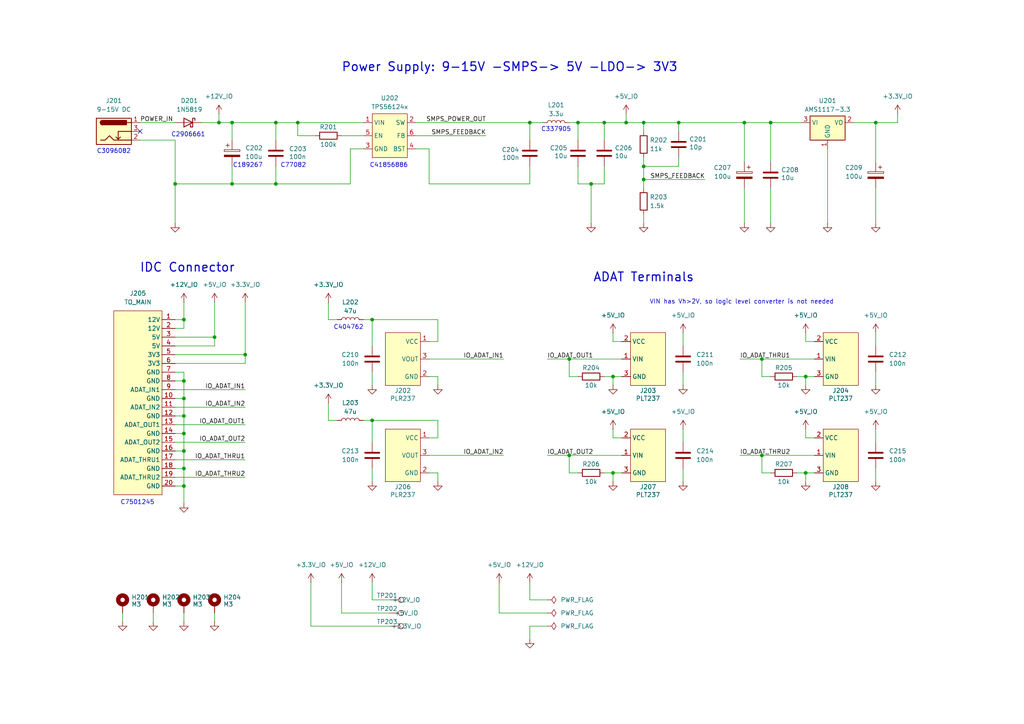
<source format=kicad_sch>
(kicad_sch (version 20250114) (generator "eeschema") (generator_version "9.0")
  (paper "A4")
  (title_block (title "16-in, 16-out USB <-> ADAT interface") (date "2025-09-29") (rev "1.0a") (company "Rethera") (comment 1 "Drawn by Łukasz Świszcz"))
  (lib_symbols
    (symbol "Connector:Barrel_Jack_Switch" (pin_names (hide yes))
      (property "Reference" "J" (at 0 5.334 0))
      (property "Value" "Barrel_Jack_Switch" (at 0 -5.08 0))
      (symbol "Barrel_Jack_Switch_0_1"
        (rectangle (start -5.08 3.81) (end 5.08 -3.81) (stroke (width 0.254)) (fill (type background)))
        (polyline (pts (xy -3.81 -2.54) (xy -2.54 -2.54) (xy -1.27 -1.27) (xy 0 -2.54) (xy 2.54 -2.54) (xy 5.08 -2.54)) (stroke (width 0.254)))
        (arc (start -3.302 1.905) (mid -3.9343 2.54) (end -3.302 3.175) (stroke (width 0.254)))
        (arc (start -3.302 1.905) (mid -3.9343 2.54) (end -3.302 3.175) (stroke (width 0.254)) (fill (type outline)))
        (polyline (pts (xy 1.27 -2.286) (xy 1.905 -1.651)) (stroke (width 0.254)))
        (rectangle (start 3.683 3.175) (end -3.302 1.905) (stroke (width 0.254)) (fill (type outline)))
        (polyline (pts (xy 5.08 2.54) (xy 3.81 2.54)) (stroke (width 0.254)))
        (polyline (pts (xy 5.08 0) (xy 1.27 0) (xy 1.27 -2.286) (xy 0.635 -1.651)) (stroke (width 0.254)))
      )
      (symbol "Barrel_Jack_Switch_1_1"
        (pin passive line (at 7.62 2.54 180) (length 2.54) (name "~") (number "1"))
        (pin passive line (at 7.62 0 180) (length 2.54) (name "~") (number "3"))
        (pin passive line (at 7.62 -2.54 180) (length 2.54) (name "~") (number "2"))
      )
    )
    (symbol "Connector:TestPoint" (pin_numbers (hide yes)) (pin_names (offset 0.762) (hide yes))
      (property "Reference" "TP" (at 0 6.858 0))
      (property "Value" "TestPoint" (at 0 5.08 0))
      (symbol "TestPoint_0_1"
        (circle (center 0 3.302) (radius 0.762))
      )
      (symbol "TestPoint_1_1"
        (pin passive line (at 0 0 90) (length 2.54) (name "1") (number "1"))
      )
    )
    (symbol "Device:C" (pin_numbers (hide yes)) (pin_names (offset 0.254))
      (property "Reference" "C" (at 0.635 2.54 0))
      (property "Value" "C" (at 0.635 -2.54 0))
      (symbol "C_0_1"
        (polyline (pts (xy -2.032 0.762) (xy 2.032 0.762)) (stroke (width 0.508)))
        (polyline (pts (xy -2.032 -0.762) (xy 2.032 -0.762)) (stroke (width 0.508)))
      )
      (symbol "C_1_1"
        (pin passive line (at 0 3.81 270) (length 2.794) (name "~") (number "1"))
        (pin passive line (at 0 -3.81 90) (length 2.794) (name "~") (number "2"))
      )
    )
    (symbol "Device:C_Polarized" (pin_numbers (hide yes)) (pin_names (offset 0.254))
      (property "Reference" "C" (at 0.635 2.54 0))
      (property "Value" "C_Polarized" (at 0.635 -2.54 0))
      (symbol "C_Polarized_0_1"
        (rectangle (start -2.286 0.508) (end 2.286 1.016))
        (polyline (pts (xy -1.778 2.286) (xy -0.762 2.286)))
        (polyline (pts (xy -1.27 2.794) (xy -1.27 1.778)))
        (rectangle (start 2.286 -0.508) (end -2.286 -1.016) (fill (type outline)))
      )
      (symbol "C_Polarized_1_1"
        (pin passive line (at 0 3.81 270) (length 2.794) (name "~") (number "1"))
        (pin passive line (at 0 -3.81 90) (length 2.794) (name "~") (number "2"))
      )
    )
    (symbol "Device:L" (pin_numbers (hide yes)) (pin_names (offset 1.016) (hide yes))
      (property "Reference" "L" (at -1.27 0 90))
      (property "Value" "L" (at 1.905 0 90))
      (symbol "L_0_1"
        (arc (start 0 2.54) (mid 0.6323 1.905) (end 0 1.27))
        (arc (start 0 1.27) (mid 0.6323 0.635) (end 0 0))
        (arc (start 0 0) (mid 0.6323 -0.635) (end 0 -1.27))
        (arc (start 0 -1.27) (mid 0.6323 -1.905) (end 0 -2.54))
      )
      (symbol "L_1_1"
        (pin passive line (at 0 3.81 270) (length 1.27) (name "1") (number "1"))
        (pin passive line (at 0 -3.81 90) (length 1.27) (name "2") (number "2"))
      )
    )
    (symbol "Device:R" (pin_numbers (hide yes)) (pin_names (offset 0))
      (property "Reference" "R" (at 2.032 0 90))
      (property "Value" "R" (at 0 0 90))
      (symbol "R_0_1"
        (rectangle (start -1.016 -2.54) (end 1.016 2.54) (stroke (width 0.254)))
      )
      (symbol "R_1_1"
        (pin passive line (at 0 3.81 270) (length 1.27) (name "~") (number "1"))
        (pin passive line (at 0 -3.81 90) (length 1.27) (name "~") (number "2"))
      )
    )
    (symbol "Diode:1N5819" (pin_numbers (hide yes)) (pin_names (offset 1.016) (hide yes))
      (property "Reference" "D" (at 0 2.54 0))
      (property "Value" "1N5819" (at 0 -2.54 0))
      (symbol "1N5819_0_1"
        (polyline (pts (xy -1.905 0.635) (xy -1.905 1.27) (xy -1.27 1.27) (xy -1.27 -1.27) (xy -0.635 -1.27) (xy -0.635 -0.635)) (stroke (width 0.254)))
        (polyline (pts (xy 1.27 1.27) (xy 1.27 -1.27) (xy -1.27 0) (xy 1.27 1.27)) (stroke (width 0.254)))
        (polyline (pts (xy 1.27 0) (xy -1.27 0)))
      )
      (symbol "1N5819_1_1"
        (pin passive line (at -3.81 0 0) (length 2.54) (name "K") (number "1"))
        (pin passive line (at 3.81 0 180) (length 2.54) (name "A") (number "2"))
      )
    )
    (symbol "Mechanical:MountingHole_Pad" (pin_numbers (hide yes)) (pin_names (offset 1.016) (hide yes)) (in_bom no)
      (property "Reference" "H" (at 0 6.35 0))
      (property "Value" "MountingHole_Pad" (at 0 4.445 0))
      (symbol "MountingHole_Pad_0_1"
        (circle (center 0 1.27) (radius 1.27) (stroke (width 1.27)))
      )
      (symbol "MountingHole_Pad_1_1"
        (pin input line (at 0 -2.54 90) (length 2.54) (name "1") (number "1"))
      )
    )
    (symbol "Regulator_Linear:AMS1117-3.3"
      (property "Reference" "U" (at -3.81 3.175 0))
      (property "Value" "AMS1117-3.3" (at 0 3.175 0))
      (symbol "AMS1117-3.3_0_1"
        (rectangle (start -5.08 -5.08) (end 5.08 1.905) (stroke (width 0.254)) (fill (type background)))
      )
      (symbol "AMS1117-3.3_1_1"
        (pin power_in line (at -7.62 0 0) (length 2.54) (name "VI") (number "3"))
        (pin power_in line (at 0 -7.62 90) (length 2.54) (name "GND") (number "1"))
        (pin power_out line (at 7.62 0 180) (length 2.54) (name "VO") (number "2"))
      )
    )
    (symbol "adatv2:Connector_IO"
      (property "Reference" "J" (at 0 -28.194 0))
      (symbol "Connector_IO_1_1"
        (rectangle (start -6.35 26.67) (end 7.62 -26.67) (fill (type background)))
        (pin power_in line (at -10.16 24.13 0) (length 3.81) (name "12V") (number "1"))
        (pin power_in line (at -10.16 21.59 0) (length 3.81) (name "12V") (number "2"))
        (pin power_in line (at -10.16 19.05 0) (length 3.81) (name "5V") (number "3"))
        (pin power_in line (at -10.16 16.51 0) (length 3.81) (name "5V") (number "4"))
        (pin power_in line (at -10.16 13.97 0) (length 3.81) (name "3V3") (number "5"))
        (pin power_in line (at -10.16 11.43 0) (length 3.81) (name "3V3") (number "6"))
        (pin power_in line (at -10.16 8.89 0) (length 3.81) (name "GND") (number "7"))
        (pin power_in line (at -10.16 6.35 0) (length 3.81) (name "GND") (number "8"))
        (pin bidirectional line (at -10.16 3.81 0) (length 3.81) (name "ADAT_IN1") (number "9"))
        (pin power_in line (at -10.16 1.27 0) (length 3.81) (name "GND") (number "10"))
        (pin bidirectional line (at -10.16 -1.27 0) (length 3.81) (name "ADAT_IN2") (number "11"))
        (pin power_in line (at -10.16 -3.81 0) (length 3.81) (name "GND") (number "12"))
        (pin bidirectional line (at -10.16 -6.35 0) (length 3.81) (name "ADAT_OUT1") (number "13"))
        (pin power_in line (at -10.16 -8.89 0) (length 3.81) (name "GND") (number "14"))
        (pin bidirectional line (at -10.16 -11.43 0) (length 3.81) (name "ADAT_OUT2") (number "15"))
        (pin power_in line (at -10.16 -13.97 0) (length 3.81) (name "GND") (number "16"))
        (pin bidirectional line (at -10.16 -16.51 0) (length 3.81) (name "ADAT_THRU1") (number "17"))
        (pin power_in line (at -10.16 -19.05 0) (length 3.81) (name "GND") (number "18"))
        (pin bidirectional line (at -10.16 -21.59 0) (length 3.81) (name "ADAT_THRU2") (number "19"))
        (pin power_in line (at -10.16 -24.13 0) (length 3.81) (name "GND") (number "20"))
      )
    )
    (symbol "adatv2:PLR237"
      (property "Reference" "J" (at 0 -4.064 0))
      (property "Value" "PLR237" (at 0 -6.35 0))
      (symbol "PLR237_1_1"
        (rectangle (start -5.08 12.7) (end 5.08 -2.54) (fill (type background)))
        (pin power_in line (at -7.62 10.16 0) (length 2.54) (name "VCC") (number "1"))
        (pin output line (at -7.62 5.08 0) (length 2.54) (name "VOUT") (number "3"))
        (pin power_in line (at -7.62 0 0) (length 2.54) (name "GND") (number "2"))
        (pin no_connect line (at -7.62 -8.89 0) (length 2.54) (hide yes) (name "NC") (number "4"))
        (pin no_connect line (at -7.62 -11.43 0) (length 2.54) (hide yes) (name "NC") (number "5"))
      )
    )
    (symbol "adatv2:PLT237"
      (property "Reference" "J" (at 0 -4.064 0))
      (property "Value" "PLT237" (at 0 -6.35 0))
      (symbol "PLT237_1_1"
        (rectangle (start -5.08 12.7) (end 5.08 -2.54) (fill (type background)))
        (pin power_in line (at -7.62 10.16 0) (length 2.54) (name "VCC") (number "2"))
        (pin input line (at -7.62 5.08 0) (length 2.54) (name "VIN") (number "1"))
        (pin power_in line (at -7.62 0 0) (length 2.54) (name "GND") (number "3"))
        (pin no_connect line (at -7.62 -8.89 0) (length 2.54) (hide yes) (name "NC") (number "4"))
        (pin no_connect line (at -7.62 -11.43 0) (length 2.54) (hide yes) (name "NC") (number "5"))
      )
    )
    (symbol "adatv2:TPS56124x"
      (property "Reference" "U" (at 0 -12.192 0))
      (property "Value" "TPS56124x" (at 0.254 -9.652 0))
      (symbol "TPS56124x_1_1"
        (rectangle (start -5.08 6.35) (end 5.08 -6.35) (fill (type background)))
        (pin power_in line (at -7.62 3.81 0) (length 2.54) (name "VIN") (number "1"))
        (pin input line (at -7.62 0 0) (length 2.54) (name "EN") (number "5"))
        (pin power_in line (at -7.62 -3.81 0) (length 2.54) (name "GND") (number "3"))
        (pin power_out line (at 7.62 3.81 180) (length 2.54) (name "SW") (number "2"))
        (pin input line (at 7.62 0 180) (length 2.54) (name "FB") (number "6"))
        (pin input line (at 7.62 -3.81 180) (length 2.54) (name "BST") (number "4"))
      )
    )
    (symbol "power:+12V" (power) (pin_numbers (hide yes)) (pin_names (offset 0) (hide yes))
      (property "Value" "+12V" (at 0 3.556 0))
      (symbol "+12V_0_1"
        (polyline (pts (xy -0.762 1.27) (xy 0 2.54)))
        (polyline (pts (xy 0 2.54) (xy 0.762 1.27)))
        (polyline (pts (xy 0 0) (xy 0 2.54)))
      )
      (symbol "+12V_1_1"
        (pin power_in line (at 0 0 90) (length 0) (name "~") (number "1"))
      )
    )
    (symbol "power:+3.3V" (power) (pin_numbers (hide yes)) (pin_names (offset 0) (hide yes))
      (property "Value" "+3.3V" (at 0 3.556 0))
      (symbol "+3.3V_0_1"
        (polyline (pts (xy -0.762 1.27) (xy 0 2.54)))
        (polyline (pts (xy 0 2.54) (xy 0.762 1.27)))
        (polyline (pts (xy 0 0) (xy 0 2.54)))
      )
      (symbol "+3.3V_1_1"
        (pin power_in line (at 0 0 90) (length 0) (name "~") (number "1"))
      )
    )
    (symbol "power:+5V" (power) (pin_numbers (hide yes)) (pin_names (offset 0) (hide yes))
      (property "Value" "+5V" (at 0 3.556 0))
      (symbol "+5V_0_1"
        (polyline (pts (xy -0.762 1.27) (xy 0 2.54)))
        (polyline (pts (xy 0 2.54) (xy 0.762 1.27)))
        (polyline (pts (xy 0 0) (xy 0 2.54)))
      )
      (symbol "+5V_1_1"
        (pin power_in line (at 0 0 90) (length 0) (name "~") (number "1"))
      )
    )
    (symbol "power:GND" (power) (pin_numbers (hide yes)) (pin_names (offset 0) (hide yes))
      (property "Value" "GND" (at 0 -3.81 0))
      (symbol "GND_0_1"
        (polyline (pts (xy 0 0) (xy 0 -1.27) (xy 1.27 -1.27) (xy 0 -2.54) (xy -1.27 -1.27) (xy 0 -1.27)))
      )
      (symbol "GND_1_1"
        (pin power_in line (at 0 0 270) (length 0) (name "~") (number "1"))
      )
    )
    (symbol "power:PWR_FLAG" (power) (pin_numbers (hide yes)) (pin_names (offset 0) (hide yes))
      (property "Value" "PWR_FLAG" (at 0 3.81 0))
      (symbol "PWR_FLAG_0_0"
        (pin power_out line (at 0 0 90) (length 0) (name "~") (number "1"))
      )
      (symbol "PWR_FLAG_0_1"
        (polyline (pts (xy 0 0) (xy 0 1.27) (xy -1.016 1.905) (xy 0 2.54) (xy 1.016 1.905) (xy 0 1.27)))
      )
    )
  )
  (text "C41856886" (at 112.776 48.006 0) (effects (font (size 1.27 1.27))))
  (text "C189267" (at 71.882 48.006 0) (effects (font (size 1.27 1.27))))
  (text "C404762" (at 101.092 94.996 0) (effects (font (size 1.27 1.27))))
  (text "C3096082" (at 33.02 43.942 0) (effects (font (size 1.27 1.27))))
  (text "C337905" (at 161.29 37.592 0) (effects (font (size 1.27 1.27))))
  (text "C2906661" (at 54.61 39.116 0) (effects (font (size 1.27 1.27))))
  (text "C7501245" (at 39.878 145.796 0) (effects (font (size 1.27 1.27))))
  (text "VIN has Vh>2V, so logic level converter is not needed" (at 215.138 87.63 0) (effects (font (size 1.27 1.27))))
  (text "C77082" (at 85.09 48.006 0) (effects (font (size 1.27 1.27))))
  (text "IDC Connector" (at 54.356 77.724 0) (effects (font (size 2.54 2.54) (thickness 0.3175))))
  (text "Power Supply: 9-15V -SMPS-> 5V -LDO-> 3V3" (at 147.828 19.558 0) (effects (font (size 2.54 2.54) (thickness 0.3175))))
  (text "ADAT Terminals" (at 186.69 80.518 0) (effects (font (size 2.54 2.54) (thickness 0.3175))))
  (junction (at 186.69 35.56))
  (junction (at 153.67 35.56))
  (junction (at 181.61 35.56))
  (junction (at 186.69 48.26))
  (junction (at 107.95 121.92))
  (junction (at 62.23 97.79))
  (junction (at 167.64 35.56))
  (junction (at 63.5 35.56))
  (junction (at 107.95 92.71))
  (junction (at 67.31 35.56))
  (junction (at 223.52 35.56))
  (junction (at 220.98 104.14))
  (junction (at 53.34 125.73))
  (junction (at 233.68 109.22))
  (junction (at 80.01 53.34))
  (junction (at 53.34 115.57))
  (junction (at 53.34 135.89))
  (junction (at 165.1 104.14))
  (junction (at 196.85 35.56))
  (junction (at 177.8 137.16))
  (junction (at 53.34 120.65))
  (junction (at 67.31 53.34))
  (junction (at 254 35.56))
  (junction (at 53.34 130.81))
  (junction (at 175.26 35.56))
  (junction (at 71.12 102.87))
  (junction (at 186.69 52.07))
  (junction (at 86.36 35.56))
  (junction (at 165.1 132.08))
  (junction (at 220.98 132.08))
  (junction (at 53.34 140.97))
  (junction (at 177.8 109.22))
  (junction (at 171.45 53.34))
  (junction (at 80.01 35.56))
  (junction (at 233.68 137.16))
  (junction (at 53.34 92.71))
  (junction (at 53.34 110.49))
  (junction (at 50.8 53.34))
  (junction (at 215.9 35.56))
  (no_connect (at 40.64 38.1))
  (wire (pts (xy 180.34 137.16) (xy 177.8 137.16)))
  (wire (pts (xy 62.23 97.79) (xy 62.23 100.33)))
  (wire (pts (xy 153.67 35.56) (xy 157.48 35.56)))
  (wire (pts (xy 71.12 87.63) (xy 71.12 102.87)))
  (wire (pts (xy 167.64 35.56) (xy 167.64 40.64)))
  (wire (pts (xy 86.36 39.37) (xy 86.36 35.56)))
  (wire (pts (xy 127 127) (xy 127 121.92)))
  (wire (pts (xy 105.41 92.71) (xy 107.95 92.71)))
  (wire (pts (xy 67.31 48.26) (xy 67.31 53.34)))
  (wire (pts (xy 186.69 52.07) (xy 186.69 54.61)))
  (wire (pts (xy 99.06 39.37) (xy 105.41 39.37)))
  (wire (pts (xy 80.01 48.26) (xy 80.01 53.34)))
  (wire (pts (xy 124.46 53.34) (xy 124.46 43.18)))
  (wire (pts (xy 95.25 87.63) (xy 95.25 92.71)))
  (wire (pts (xy 35.56 177.8) (xy 35.56 180.34)))
  (wire (pts (xy 124.46 109.22) (xy 127 109.22)))
  (wire (pts (xy 181.61 33.02) (xy 181.61 35.56)))
  (wire (pts (xy 180.34 104.14) (xy 165.1 104.14)))
  (wire (pts (xy 97.79 92.71) (xy 95.25 92.71)))
  (wire (pts (xy 167.64 137.16) (xy 165.1 137.16)))
  (wire (pts (xy 95.25 116.84) (xy 95.25 121.92)))
  (wire (pts (xy 240.03 43.18) (xy 240.03 64.77)))
  (wire (pts (xy 165.1 137.16) (xy 165.1 132.08)))
  (wire (pts (xy 67.31 53.34) (xy 80.01 53.34)))
  (wire (pts (xy 153.67 181.61) (xy 153.67 185.42)))
  (wire (pts (xy 67.31 35.56) (xy 67.31 40.64)))
  (wire (pts (xy 198.12 96.52) (xy 198.12 100.33)))
  (wire (pts (xy 254 35.56) (xy 260.35 35.56)))
  (wire (pts (xy 53.34 130.81) (xy 53.34 135.89)))
  (wire (pts (xy 175.26 109.22) (xy 177.8 109.22)))
  (wire (pts (xy 53.34 115.57) (xy 53.34 120.65)))
  (wire (pts (xy 107.95 92.71) (xy 107.95 100.33)))
  (wire (pts (xy 62.23 100.33) (xy 50.8 100.33)))
  (wire (pts (xy 158.75 177.8) (xy 144.78 177.8)))
  (wire (pts (xy 80.01 35.56) (xy 86.36 35.56)))
  (wire (pts (xy 167.64 35.56) (xy 165.1 35.56)))
  (wire (pts (xy 223.52 46.99) (xy 223.52 35.56)))
  (wire (pts (xy 158.75 173.99) (xy 153.67 173.99)))
  (wire (pts (xy 236.22 127) (xy 233.68 127)))
  (wire (pts (xy 175.26 35.56) (xy 181.61 35.56)))
  (wire (pts (xy 50.8 138.43) (xy 71.12 138.43)))
  (wire (pts (xy 127 109.22) (xy 127 111.76)))
  (wire (pts (xy 220.98 104.14) (xy 214.63 104.14)))
  (wire (pts (xy 127 99.06) (xy 127 92.71)))
  (wire (pts (xy 50.8 113.03) (xy 71.12 113.03)))
  (wire (pts (xy 165.1 132.08) (xy 158.75 132.08)))
  (wire (pts (xy 175.26 53.34) (xy 171.45 53.34)))
  (wire (pts (xy 124.46 132.08) (xy 146.05 132.08)))
  (wire (pts (xy 220.98 132.08) (xy 214.63 132.08)))
  (wire (pts (xy 223.52 35.56) (xy 232.41 35.56)))
  (wire (pts (xy 120.65 35.56) (xy 153.67 35.56)))
  (wire (pts (xy 50.8 128.27) (xy 71.12 128.27)))
  (wire (pts (xy 50.8 97.79) (xy 62.23 97.79)))
  (wire (pts (xy 198.12 124.46) (xy 198.12 128.27)))
  (wire (pts (xy 236.22 104.14) (xy 220.98 104.14)))
  (wire (pts (xy 254 46.99) (xy 254 35.56)))
  (wire (pts (xy 91.44 39.37) (xy 86.36 39.37)))
  (wire (pts (xy 144.78 177.8) (xy 144.78 168.91)))
  (wire (pts (xy 124.46 104.14) (xy 146.05 104.14)))
  (wire (pts (xy 177.8 137.16) (xy 177.8 139.7)))
  (wire (pts (xy 62.23 177.8) (xy 62.23 180.34)))
  (wire (pts (xy 186.69 35.56) (xy 196.85 35.56)))
  (wire (pts (xy 236.22 132.08) (xy 220.98 132.08)))
  (wire (pts (xy 186.69 48.26) (xy 186.69 52.07)))
  (wire (pts (xy 40.64 40.64) (xy 50.8 40.64)))
  (wire (pts (xy 247.65 35.56) (xy 254 35.56)))
  (wire (pts (xy 158.75 181.61) (xy 153.67 181.61)))
  (wire (pts (xy 53.34 120.65) (xy 53.34 125.73)))
  (wire (pts (xy 220.98 109.22) (xy 220.98 104.14)))
  (wire (pts (xy 215.9 35.56) (xy 215.9 46.99)))
  (wire (pts (xy 107.95 107.95) (xy 107.95 111.76)))
  (wire (pts (xy 50.8 125.73) (xy 53.34 125.73)))
  (wire (pts (xy 50.8 40.64) (xy 50.8 53.34)))
  (wire (pts (xy 186.69 38.1) (xy 186.69 35.56)))
  (wire (pts (xy 50.8 107.95) (xy 53.34 107.95)))
  (wire (pts (xy 50.8 133.35) (xy 71.12 133.35)))
  (wire (pts (xy 50.8 92.71) (xy 53.34 92.71)))
  (wire (pts (xy 236.22 99.06) (xy 233.68 99.06)))
  (wire (pts (xy 53.34 87.63) (xy 53.34 92.71)))
  (wire (pts (xy 40.64 35.56) (xy 50.8 35.56)))
  (wire (pts (xy 167.64 109.22) (xy 165.1 109.22)))
  (wire (pts (xy 97.79 121.92) (xy 95.25 121.92)))
  (wire (pts (xy 99.06 177.8) (xy 99.06 168.91)))
  (wire (pts (xy 120.65 39.37) (xy 140.97 39.37)))
  (wire (pts (xy 58.42 35.56) (xy 63.5 35.56)))
  (wire (pts (xy 107.95 92.71) (xy 127 92.71)))
  (wire (pts (xy 107.95 121.92) (xy 107.95 128.27)))
  (wire (pts (xy 233.68 127) (xy 233.68 124.46)))
  (wire (pts (xy 254 124.46) (xy 254 128.27)))
  (wire (pts (xy 167.64 35.56) (xy 175.26 35.56)))
  (wire (pts (xy 165.1 104.14) (xy 158.75 104.14)))
  (wire (pts (xy 53.34 125.73) (xy 53.34 130.81)))
  (wire (pts (xy 196.85 48.26) (xy 186.69 48.26)))
  (wire (pts (xy 223.52 109.22) (xy 220.98 109.22)))
  (wire (pts (xy 186.69 45.72) (xy 186.69 48.26)))
  (wire (pts (xy 124.46 53.34) (xy 153.67 53.34)))
  (wire (pts (xy 175.26 137.16) (xy 177.8 137.16)))
  (wire (pts (xy 215.9 35.56) (xy 223.52 35.56)))
  (wire (pts (xy 62.23 87.63) (xy 62.23 97.79)))
  (wire (pts (xy 63.5 35.56) (xy 67.31 35.56)))
  (wire (pts (xy 223.52 54.61) (xy 223.52 64.77)))
  (wire (pts (xy 254 135.89) (xy 254 139.7)))
  (wire (pts (xy 80.01 35.56) (xy 80.01 40.64)))
  (wire (pts (xy 254 107.95) (xy 254 111.76)))
  (wire (pts (xy 101.6 43.18) (xy 105.41 43.18)))
  (wire (pts (xy 53.34 140.97) (xy 53.34 146.05)))
  (wire (pts (xy 53.34 92.71) (xy 53.34 95.25)))
  (wire (pts (xy 153.67 173.99) (xy 153.67 168.91)))
  (wire (pts (xy 171.45 53.34) (xy 167.64 53.34)))
  (wire (pts (xy 177.8 99.06) (xy 177.8 96.52)))
  (wire (pts (xy 127 121.92) (xy 107.95 121.92)))
  (wire (pts (xy 177.8 109.22) (xy 177.8 111.76)))
  (wire (pts (xy 80.01 53.34) (xy 101.6 53.34)))
  (wire (pts (xy 236.22 137.16) (xy 233.68 137.16)))
  (wire (pts (xy 50.8 102.87) (xy 71.12 102.87)))
  (wire (pts (xy 101.6 53.34) (xy 101.6 43.18)))
  (wire (pts (xy 124.46 127) (xy 127 127)))
  (wire (pts (xy 50.8 53.34) (xy 50.8 64.77)))
  (wire (pts (xy 113.03 177.8) (xy 99.06 177.8)))
  (wire (pts (xy 180.34 109.22) (xy 177.8 109.22)))
  (wire (pts (xy 167.64 53.34) (xy 167.64 48.26)))
  (wire (pts (xy 50.8 95.25) (xy 53.34 95.25)))
  (wire (pts (xy 233.68 137.16) (xy 233.68 139.7)))
  (wire (pts (xy 198.12 135.89) (xy 198.12 139.7)))
  (wire (pts (xy 107.95 121.92) (xy 105.41 121.92)))
  (wire (pts (xy 177.8 127) (xy 177.8 124.46)))
  (wire (pts (xy 254 96.52) (xy 254 100.33)))
  (wire (pts (xy 260.35 33.02) (xy 260.35 35.56)))
  (wire (pts (xy 53.34 110.49) (xy 53.34 115.57)))
  (wire (pts (xy 50.8 140.97) (xy 53.34 140.97)))
  (wire (pts (xy 107.95 135.89) (xy 107.95 139.7)))
  (wire (pts (xy 127 137.16) (xy 127 139.7)))
  (wire (pts (xy 196.85 35.56) (xy 196.85 38.1)))
  (wire (pts (xy 50.8 130.81) (xy 53.34 130.81)))
  (wire (pts (xy 113.03 173.99) (xy 107.95 173.99)))
  (wire (pts (xy 175.26 40.64) (xy 175.26 35.56)))
  (wire (pts (xy 186.69 62.23) (xy 186.69 64.77)))
  (wire (pts (xy 44.45 177.8) (xy 44.45 180.34)))
  (wire (pts (xy 180.34 99.06) (xy 177.8 99.06)))
  (wire (pts (xy 196.85 45.72) (xy 196.85 48.26)))
  (wire (pts (xy 107.95 173.99) (xy 107.95 168.91)))
  (wire (pts (xy 231.14 137.16) (xy 233.68 137.16)))
  (wire (pts (xy 231.14 109.22) (xy 233.68 109.22)))
  (wire (pts (xy 50.8 135.89) (xy 53.34 135.89)))
  (wire (pts (xy 223.52 137.16) (xy 220.98 137.16)))
  (wire (pts (xy 175.26 48.26) (xy 175.26 53.34)))
  (wire (pts (xy 50.8 118.11) (xy 71.12 118.11)))
  (wire (pts (xy 165.1 109.22) (xy 165.1 104.14)))
  (wire (pts (xy 220.98 137.16) (xy 220.98 132.08)))
  (wire (pts (xy 50.8 120.65) (xy 53.34 120.65)))
  (wire (pts (xy 215.9 54.61) (xy 215.9 64.77)))
  (wire (pts (xy 50.8 123.19) (xy 71.12 123.19)))
  (wire (pts (xy 50.8 53.34) (xy 67.31 53.34)))
  (wire (pts (xy 124.46 43.18) (xy 120.65 43.18)))
  (wire (pts (xy 50.8 110.49) (xy 53.34 110.49)))
  (wire (pts (xy 90.17 181.61) (xy 90.17 168.91)))
  (wire (pts (xy 71.12 105.41) (xy 50.8 105.41)))
  (wire (pts (xy 67.31 35.56) (xy 80.01 35.56)))
  (wire (pts (xy 153.67 40.64) (xy 153.67 35.56)))
  (wire (pts (xy 180.34 132.08) (xy 165.1 132.08)))
  (wire (pts (xy 233.68 109.22) (xy 233.68 111.76)))
  (wire (pts (xy 53.34 135.89) (xy 53.34 140.97)))
  (wire (pts (xy 53.34 177.8) (xy 53.34 180.34)))
  (wire (pts (xy 233.68 99.06) (xy 233.68 96.52)))
  (wire (pts (xy 186.69 52.07) (xy 204.47 52.07)))
  (wire (pts (xy 180.34 127) (xy 177.8 127)))
  (wire (pts (xy 153.67 53.34) (xy 153.67 48.26)))
  (wire (pts (xy 171.45 53.34) (xy 171.45 64.77)))
  (wire (pts (xy 71.12 102.87) (xy 71.12 105.41)))
  (wire (pts (xy 53.34 107.95) (xy 53.34 110.49)))
  (wire (pts (xy 196.85 35.56) (xy 215.9 35.56)))
  (wire (pts (xy 86.36 35.56) (xy 105.41 35.56)))
  (wire (pts (xy 113.03 181.61) (xy 90.17 181.61)))
  (wire (pts (xy 63.5 33.02) (xy 63.5 35.56)))
  (wire (pts (xy 50.8 115.57) (xy 53.34 115.57)))
  (wire (pts (xy 181.61 35.56) (xy 186.69 35.56)))
  (wire (pts (xy 198.12 107.95) (xy 198.12 111.76)))
  (wire (pts (xy 254 64.77) (xy 254 54.61)))
  (wire (pts (xy 124.46 99.06) (xy 127 99.06)))
  (wire (pts (xy 124.46 137.16) (xy 127 137.16)))
  (wire (pts (xy 236.22 109.22) (xy 233.68 109.22)))
  (label "IO_ADAT_THRU2" (at 71.12 138.43 180))
  (label "IO_ADAT_OUT2" (at 71.12 128.27 180))
  (label "IO_ADAT_OUT2" (at 158.75 132.08 0))
  (label "IO_ADAT_IN1" (at 71.12 113.03 180))
  (label "IO_ADAT_THRU1" (at 214.63 104.14 0))
  (label "IO_ADAT_IN2" (at 146.05 132.08 180))
  (label "IO_ADAT_OUT1" (at 71.12 123.19 180))
  (label "IO_ADAT_OUT1" (at 158.75 104.14 0))
  (label "POWER_IN" (at 40.64 35.56 0))
  (label "SMPS_POWER_OUT" (at 140.97 35.56 180))
  (label "IO_ADAT_IN1" (at 146.05 104.14 180))
  (label "IO_ADAT_THRU1" (at 71.12 133.35 180))
  (label "IO_ADAT_IN2" (at 71.12 118.11 180))
  (label "SMPS_FEEDBACK" (at 140.97 39.37 180))
  (label "SMPS_FEEDBACK" (at 204.47 52.07 180))
  (label "IO_ADAT_THRU2" (at 214.63 132.08 0))
  (symbol (lib_id "power:+5V") (at 233.68 96.52 0) (unit 1)
    (property "Reference" "#PWR0218" (effects (hide yes)))
    (property "Value" "+5V_IO" (at 233.68 91.44 0))
    (property "Description" "Power symbol creates a global label with name \"+5V\"" (effects (hide yes)))
  )
  (symbol (lib_id "power:GND") (at 254 64.77 0) (unit 1)
    (property "Reference" "#PWR0210" (effects (hide yes)))
    (property "Value" "GND_IO" (effects (hide yes)))
    (property "Description" "Power symbol creates a global label with name \"GND\" , ground" (effects (hide yes)))
  )
  (symbol (lib_id "power:+3.3V") (at 95.25 116.84 0) (unit 1)
    (property "Reference" "#PWR0133" (effects (hide yes)))
    (property "Value" "+3.3V_IO" (at 95.25 111.76 0))
    (property "Description" "Power symbol creates a global label with name \"+3.3V\"" (effects (hide yes)))
  )
  (symbol (lib_id "power:+5V") (at 254 124.46 0) (unit 1)
    (property "Reference" "#PWR0231" (effects (hide yes)))
    (property "Value" "+5V_IO" (at 254 119.38 0))
    (property "Description" "Power symbol creates a global label with name \"+5V\"" (effects (hide yes)))
  )
  (symbol (lib_id "power:+5V") (at 99.06 168.91 0) (unit 1)
    (property "Reference" "#PWR0186" (effects (hide yes)))
    (property "Value" "+5V_IO" (at 99.06 163.83 0))
    (property "Description" "Power symbol creates a global label with name \"+5V\"" (effects (hide yes)))
  )
  (symbol (lib_id "power:PWR_FLAG") (at 158.75 177.8 270) (unit 1)
    (property "Reference" "#FLG0202" (effects (hide yes)))
    (property "Value" "PWR_FLAG" (at 162.56 177.7999 90) (effects (justify left)))
    (property "Description" "Special symbol for telling ERC where power comes from" (effects (hide yes)))
  )
  (symbol (lib_id "power:+12V") (at 107.95 168.91 0) (unit 1)
    (property "Reference" "#PWR0187" (effects (hide yes)))
    (property "Value" "+12V_IO" (at 107.95 163.83 0))
    (property "Description" "Power symbol creates a global label with name \"+12V\"" (effects (hide yes)))
  )
  (symbol (lib_id "Device:R") (at 227.33 137.16 90) (unit 1)
    (property "Reference" "R207" (at 227.33 134.62 90))
    (property "Value" "10k" (at 227.33 139.7 90))
    (property "Footprint" "Resistor_SMD:R_0805_2012Metric_Pad1.20x1.40mm_HandSolder" (effects (hide yes)))
    (property "Description" "Resistor" (effects (hide yes)))
  )
  (symbol (lib_id "Device:R") (at 227.33 109.22 90) (unit 1)
    (property "Reference" "R205" (at 227.33 106.68 90))
    (property "Value" "10k" (at 227.33 111.76 90))
    (property "Footprint" "Resistor_SMD:R_0805_2012Metric_Pad1.20x1.40mm_HandSolder" (effects (hide yes)))
    (property "Description" "Resistor" (effects (hide yes)))
  )
  (symbol (lib_id "Device:C") (at 198.12 104.14 0) (mirror y) (unit 1)
    (property "Reference" "C211" (at 201.93 102.8699 0) (effects (justify right)))
    (property "Value" "100n" (at 201.93 105.4099 0) (effects (justify right)))
    (property "Footprint" "Capacitor_SMD:C_0805_2012Metric_Pad1.18x1.45mm_HandSolder" (effects (hide yes)))
    (property "Description" "Unpolarized capacitor" (effects (hide yes)))
  )
  (symbol (lib_id "power:GND") (at 233.68 139.7 0) (unit 1)
    (property "Reference" "#PWR0236" (effects (hide yes)))
    (property "Value" "GND_IO" (effects (hide yes)))
    (property "Description" "Power symbol creates a global label with name \"GND\" , ground" (effects (hide yes)))
  )
  (symbol (lib_id "power:GND") (at 198.12 139.7 0) (unit 1)
    (property "Reference" "#PWR0235" (effects (hide yes)))
    (property "Value" "GND_IO" (effects (hide yes)))
    (property "Description" "Power symbol creates a global label with name \"GND\" , ground" (effects (hide yes)))
  )
  (symbol (lib_id "Device:R") (at 171.45 109.22 90) (unit 1)
    (property "Reference" "R204" (at 171.45 106.68 90))
    (property "Value" "10k" (at 171.45 111.76 90))
    (property "Footprint" "Resistor_SMD:R_0805_2012Metric_Pad1.20x1.40mm_HandSolder" (effects (hide yes)))
    (property "Description" "Resistor" (effects (hide yes)))
  )
  (symbol (lib_id "power:+5V") (at 177.8 96.52 0) (unit 1)
    (property "Reference" "#PWR0216" (effects (hide yes)))
    (property "Value" "+5V_IO" (at 177.8 91.44 0))
    (property "Description" "Power symbol creates a global label with name \"+5V\"" (effects (hide yes)))
  )
  (symbol (lib_id "Connector:Barrel_Jack_Switch") (at 33.02 38.1 0) (unit 1)
    (property "Reference" "J201" (at 33.02 29.21 0))
    (property "Value" "9-15V DC" (at 33.02 31.75 0))
    (property "Footprint" "adatv2:CUI PJ-002A" (effects (hide yes)))
    (property "Description" "DC Barrel Jack with an internal switch" (effects (hide yes)))
  )
  (symbol (lib_id "power:GND") (at 107.95 139.7 0) (unit 1)
    (property "Reference" "#PWR0232" (effects (hide yes)))
    (property "Value" "GND_IO" (effects (hide yes)))
    (property "Description" "Power symbol creates a global label with name \"GND\" , ground" (effects (hide yes)))
  )
  (symbol (lib_id "power:GND") (at 240.03 64.77 0) (unit 1)
    (property "Reference" "#PWR0209" (effects (hide yes)))
    (property "Value" "GND_IO" (effects (hide yes)))
    (property "Description" "Power symbol creates a global label with name \"GND\" , ground" (effects (hide yes)))
  )
  (symbol (lib_id "Device:C") (at 196.85 41.91 0) (mirror y) (unit 1)
    (property "Reference" "C201" (at 199.898 40.386 0) (effects (justify right)))
    (property "Value" "10p" (at 199.898 42.672 0) (effects (justify right)))
    (property "Footprint" "Capacitor_SMD:C_0805_2012Metric_Pad1.18x1.45mm_HandSolder" (effects (hide yes)))
    (property "Description" "Unpolarized capacitor" (effects (hide yes)))
  )
  (symbol (lib_id "Device:L") (at 101.6 121.92 90) (unit 1)
    (property "Reference" "L203" (at 101.6 116.84 90))
    (property "Value" "47u" (at 101.6 119.38 90))
    (property "Footprint" "Inductor_SMD:L_0805_2012Metric_Pad1.15x1.40mm_HandSolder" (effects (hide yes)))
    (property "Description" "Inductor" (effects (hide yes)))
  )
  (symbol (lib_id "power:+3.3V") (at 71.12 87.63 0) (unit 1)
    (property "Reference" "#PWR0213" (effects (hide yes)))
    (property "Value" "+3.3V_IO" (at 71.12 82.55 0))
    (property "Description" "Power symbol creates a global label with name \"+3.3V\"" (effects (hide yes)))
  )
  (symbol (lib_id "adatv2:Connector_IO") (at 40.64 116.84 0) (mirror y) (unit 1)
    (property "Reference" "J205" (at 40.005 85.09 0))
    (property "Value" "TO_MAIN" (at 40.005 87.63 0))
    (property "Footprint" "Connector_IDC:IDC-Header_2x10_P2.54mm_Vertical" (effects (hide yes)))
  )
  (symbol (lib_id "power:+12V") (at 53.34 87.63 0) (unit 1)
    (property "Reference" "#PWR0211" (effects (hide yes)))
    (property "Value" "+12V_IO" (at 53.34 82.55 0))
    (property "Description" "Power symbol creates a global label with name \"+12V\"" (effects (hide yes)))
  )
  (symbol (lib_id "Connector:TestPoint") (at 113.03 181.61 270) (unit 1) (in_bom no)
    (property "Reference" "TP203" (at 115.316 180.34 90) (effects (justify right)))
    (property "Value" "${NET_NAME(1)}" (at 117.602 181.61 90) (effects (justify left)))
    (property "Footprint" "TestPoint:TestPoint_Pad_D2.5mm" (effects (hide yes)))
    (property "Description" "test point" (effects (hide yes)))
  )
  (symbol (lib_id "Device:C") (at 254 104.14 0) (mirror y) (unit 1)
    (property "Reference" "C212" (at 257.81 102.8699 0) (effects (justify right)))
    (property "Value" "100n" (at 257.81 105.4099 0) (effects (justify right)))
    (property "Footprint" "Capacitor_SMD:C_0805_2012Metric_Pad1.18x1.45mm_HandSolder" (effects (hide yes)))
    (property "Description" "Unpolarized capacitor" (effects (hide yes)))
  )
  (symbol (lib_id "power:+5V") (at 198.12 124.46 0) (unit 1)
    (property "Reference" "#PWR0229" (effects (hide yes)))
    (property "Value" "+5V_IO" (at 198.12 119.38 0))
    (property "Description" "Power symbol creates a global label with name \"+5V\"" (effects (hide yes)))
  )
  (symbol (lib_id "power:GND") (at 198.12 111.76 0) (unit 1)
    (property "Reference" "#PWR0223" (effects (hide yes)))
    (property "Value" "GND_IO" (effects (hide yes)))
    (property "Description" "Power symbol creates a global label with name \"GND\" , ground" (effects (hide yes)))
  )
  (symbol (lib_id "power:+3.3V") (at 95.25 87.63 0) (unit 1)
    (property "Reference" "#PWR0215" (effects (hide yes)))
    (property "Value" "+3.3V_IO" (at 95.25 82.55 0))
    (property "Description" "Power symbol creates a global label with name \"+3.3V\"" (effects (hide yes)))
  )
  (symbol (lib_id "power:+5V") (at 181.61 33.02 0) (unit 1)
    (property "Reference" "#PWR0202" (effects (hide yes)))
    (property "Value" "+5V_IO" (at 181.61 27.94 0))
    (property "Description" "Power symbol creates a global label with name \"+5V\"" (effects (hide yes)))
  )
  (symbol (lib_id "power:GND") (at 50.8 64.77 0) (unit 1)
    (property "Reference" "#PWR0205" (effects (hide yes)))
    (property "Value" "GND_IO" (effects (hide yes)))
    (property "Description" "Power symbol creates a global label with name \"GND\" , ground" (effects (hide yes)))
  )
  (symbol (lib_id "Connector:TestPoint") (at 113.03 173.99 270) (unit 1) (in_bom no)
    (property "Reference" "TP201" (at 115.316 172.72 90) (effects (justify right)))
    (property "Value" "${NET_NAME(1)}" (at 117.602 173.99 90) (effects (justify left)))
    (property "Footprint" "TestPoint:TestPoint_Pad_D2.5mm" (effects (hide yes)))
    (property "Description" "test point" (effects (hide yes)))
  )
  (symbol (lib_id "Device:C") (at 167.64 44.45 0) (unit 1)
    (property "Reference" "C205" (at 164.592 42.926 0) (effects (justify right)))
    (property "Value" "10u" (at 164.592 45.212 0) (effects (justify right)))
    (property "Footprint" "Capacitor_SMD:C_1206_3216Metric_Pad1.33x1.80mm_HandSolder" (effects (hide yes)))
    (property "Description" "Unpolarized capacitor" (effects (hide yes)))
  )
  (symbol (lib_id "adatv2:PLR237") (at 116.84 109.22 0) (mirror y) (unit 1)
    (property "Reference" "J202" (at 116.84 113.284 0))
    (property "Value" "PLR237" (at 116.84 115.57 0))
    (property "Footprint" "adatv2:PLx237" (effects (hide yes)))
  )
  (symbol (lib_id "Mechanical:MountingHole_Pad") (at 35.56 175.26 0) (unit 1) (in_bom no)
    (property "Reference" "H201" (at 38.1 173.228 0) (effects (justify left)))
    (property "Value" "M3" (at 38.1 175.2599 0) (effects (justify left)))
    (property "Footprint" "MountingHole:MountingHole_3.2mm_M3_Pad" (effects (hide yes)))
    (property "Description" "Mounting Hole with connection" (effects (hide yes)))
  )
  (symbol (lib_id "power:GND") (at 153.67 185.42 0) (unit 1)
    (property "Reference" "#PWR0188" (effects (hide yes)))
    (property "Value" "GND_IO" (effects (hide yes)))
    (property "Description" "Power symbol creates a global label with name \"GND\" , ground" (effects (hide yes)))
  )
  (symbol (lib_id "power:GND") (at 35.56 180.34 0) (unit 1)
    (property "Reference" "#PWR0178" (effects (hide yes)))
    (property "Value" "GND_IO" (effects (hide yes)))
    (property "Description" "Power symbol creates a global label with name \"GND\" , ground" (effects (hide yes)))
  )
  (symbol (lib_id "power:GND") (at 62.23 180.34 0) (unit 1)
    (property "Reference" "#PWR0181" (effects (hide yes)))
    (property "Value" "GND_IO" (effects (hide yes)))
    (property "Description" "Power symbol creates a global label with name \"GND\" , ground" (effects (hide yes)))
  )
  (symbol (lib_id "Device:C") (at 198.12 132.08 0) (mirror y) (unit 1)
    (property "Reference" "C214" (at 201.93 130.8099 0) (effects (justify right)))
    (property "Value" "100n" (at 201.93 133.3499 0) (effects (justify right)))
    (property "Footprint" "Capacitor_SMD:C_0805_2012Metric_Pad1.18x1.45mm_HandSolder" (effects (hide yes)))
    (property "Description" "Unpolarized capacitor" (effects (hide yes)))
  )
  (symbol (lib_id "Diode:1N5819") (at 54.61 35.56 0) (mirror y) (unit 1)
    (property "Reference" "D201" (at 54.9275 29.21 0))
    (property "Value" "1N5819" (at 54.9275 31.75 0))
    (property "Footprint" "Diode_THT:D_DO-41_SOD81_P10.16mm_Horizontal" (effects (hide yes)))
    (property "Datasheet" "http://www.vishay.com/docs/88525/1n5817.pdf" (effects (hide yes)))
    (property "Description" "40V 1A Schottky Barrier Rectifier Diode, DO-41" (effects (hide yes)))
  )
  (symbol (lib_id "power:GND") (at 44.45 180.34 0) (unit 1)
    (property "Reference" "#PWR0179" (effects (hide yes)))
    (property "Value" "GND_IO" (effects (hide yes)))
    (property "Description" "Power symbol creates a global label with name \"GND\" , ground" (effects (hide yes)))
  )
  (symbol (lib_id "Mechanical:MountingHole_Pad") (at 44.45 175.26 0) (unit 1) (in_bom no)
    (property "Reference" "H202" (at 46.99 173.228 0) (effects (justify left)))
    (property "Value" "M3" (at 46.99 175.2599 0) (effects (justify left)))
    (property "Footprint" "MountingHole:MountingHole_3.2mm_M3_Pad" (effects (hide yes)))
    (property "Description" "Mounting Hole with connection" (effects (hide yes)))
  )
  (symbol (lib_id "power:+5V") (at 177.8 124.46 0) (unit 1)
    (property "Reference" "#PWR0228" (effects (hide yes)))
    (property "Value" "+5V_IO" (at 177.8 119.38 0))
    (property "Description" "Power symbol creates a global label with name \"+5V\"" (effects (hide yes)))
  )
  (symbol (lib_id "power:+5V") (at 144.78 168.91 0) (unit 1)
    (property "Reference" "#PWR0240" (effects (hide yes)))
    (property "Value" "+5V_IO" (at 144.78 163.83 0))
    (property "Description" "Power symbol creates a global label with name \"+5V\"" (effects (hide yes)))
  )
  (symbol (lib_id "power:GND") (at 177.8 111.76 0) (unit 1)
    (property "Reference" "#PWR0222" (effects (hide yes)))
    (property "Value" "GND_IO" (effects (hide yes)))
    (property "Description" "Power symbol creates a global label with name \"GND\" , ground" (effects (hide yes)))
  )
  (symbol (lib_id "adatv2:PLR237") (at 116.84 137.16 0) (mirror y) (unit 1)
    (property "Reference" "J206" (at 116.84 141.224 0))
    (property "Value" "PLR237" (at 116.84 143.51 0))
    (property "Footprint" "adatv2:PLx237" (effects (hide yes)))
  )
  (symbol (lib_id "power:GND") (at 233.68 111.76 0) (unit 1)
    (property "Reference" "#PWR0224" (effects (hide yes)))
    (property "Value" "GND_IO" (effects (hide yes)))
    (property "Description" "Power symbol creates a global label with name \"GND\" , ground" (effects (hide yes)))
  )
  (symbol (lib_id "Device:C") (at 175.26 44.45 0) (mirror y) (unit 1)
    (property "Reference" "C206" (at 178.308 42.926 0) (effects (justify right)))
    (property "Value" "10u" (at 178.308 45.212 0) (effects (justify right)))
    (property "Footprint" "Capacitor_SMD:C_1206_3216Metric_Pad1.33x1.80mm_HandSolder" (effects (hide yes)))
    (property "Description" "Unpolarized capacitor" (effects (hide yes)))
  )
  (symbol (lib_id "Device:C_Polarized") (at 215.9 50.8 0) (mirror y) (unit 1)
    (property "Reference" "C207" (at 212.09 48.6409 0) (effects (justify left)))
    (property "Value" "100u" (at 212.09 51.1809 0) (effects (justify left)))
    (property "Footprint" "Capacitor_SMD:C_Elec_6.3x5.4" (effects (hide yes)))
    (property "Description" "Polarized capacitor" (effects (hide yes)))
  )
  (symbol (lib_id "adatv2:PLT237") (at 187.96 137.16 0) (unit 1)
    (property "Reference" "J207" (at 187.96 141.224 0))
    (property "Value" "PLT237" (at 187.96 143.51 0))
    (property "Footprint" "adatv2:PLx237" (effects (hide yes)))
  )
  (symbol (lib_id "adatv2:PLT237") (at 243.84 137.16 0) (unit 1)
    (property "Reference" "J208" (at 243.84 141.224 0))
    (property "Value" "PLT237" (at 243.84 143.51 0))
    (property "Footprint" "adatv2:PLx237" (effects (hide yes)))
  )
  (symbol (lib_id "power:GND") (at 223.52 64.77 0) (unit 1)
    (property "Reference" "#PWR0204" (effects (hide yes)))
    (property "Value" "GND_IO" (effects (hide yes)))
    (property "Description" "Power symbol creates a global label with name \"GND\" , ground" (effects (hide yes)))
  )
  (symbol (lib_id "power:GND") (at 215.9 64.77 0) (unit 1)
    (property "Reference" "#PWR0208" (effects (hide yes)))
    (property "Value" "GND_IO" (effects (hide yes)))
    (property "Description" "Power symbol creates a global label with name \"GND\" , ground" (effects (hide yes)))
  )
  (symbol (lib_id "Device:C_Polarized") (at 67.31 44.45 0) (unit 1)
    (property "Reference" "C202" (at 71.12 42.926 0) (effects (justify left)))
    (property "Value" "100u" (at 71.12 45.466 0) (effects (justify left)))
    (property "Footprint" "Capacitor_SMD:C_Elec_6.3x5.4" (effects (hide yes)))
    (property "Description" "Polarized capacitor" (effects (hide yes)))
  )
  (symbol (lib_id "adatv2:PLT237") (at 243.84 109.22 0) (unit 1)
    (property "Reference" "J204" (at 243.84 113.284 0))
    (property "Value" "PLT237" (at 243.84 115.57 0))
    (property "Footprint" "adatv2:PLx237" (effects (hide yes)))
  )
  (symbol (lib_id "power:+5V") (at 254 96.52 0) (unit 1)
    (property "Reference" "#PWR0219" (effects (hide yes)))
    (property "Value" "+5V_IO" (at 254 91.44 0))
    (property "Description" "Power symbol creates a global label with name \"+5V\"" (effects (hide yes)))
  )
  (symbol (lib_id "Device:C") (at 107.95 132.08 0) (unit 1)
    (property "Reference" "C213" (at 104.14 130.8099 0) (effects (justify right)))
    (property "Value" "100n" (at 104.14 133.3499 0) (effects (justify right)))
    (property "Footprint" "Capacitor_SMD:C_0805_2012Metric_Pad1.18x1.45mm_HandSolder" (effects (hide yes)))
    (property "Description" "Unpolarized capacitor" (effects (hide yes)))
  )
  (symbol (lib_id "adatv2:PLT237") (at 187.96 109.22 0) (unit 1)
    (property "Reference" "J203" (at 187.96 113.284 0))
    (property "Value" "PLT237" (at 187.96 115.57 0))
    (property "Footprint" "adatv2:PLx237" (effects (hide yes)))
  )
  (symbol (lib_id "Device:C") (at 107.95 104.14 0) (unit 1)
    (property "Reference" "C210" (at 104.14 102.8699 0) (effects (justify right)))
    (property "Value" "100n" (at 104.14 105.4099 0) (effects (justify right)))
    (property "Footprint" "Capacitor_SMD:C_0805_2012Metric_Pad1.18x1.45mm_HandSolder" (effects (hide yes)))
    (property "Description" "Unpolarized capacitor" (effects (hide yes)))
  )
  (symbol (lib_id "power:+3.3V") (at 260.35 33.02 0) (unit 1)
    (property "Reference" "#PWR0203" (effects (hide yes)))
    (property "Value" "+3.3V_IO" (at 260.35 27.94 0))
    (property "Description" "Power symbol creates a global label with name \"+3.3V\"" (effects (hide yes)))
  )
  (symbol (lib_id "Device:R") (at 186.69 41.91 0) (unit 1)
    (property "Reference" "R202" (at 191.008 40.64 0))
    (property "Value" "11k" (at 188.468 43.18 0) (effects (justify left)))
    (property "Footprint" "Resistor_SMD:R_0805_2012Metric_Pad1.20x1.40mm_HandSolder" (effects (hide yes)))
    (property "Description" "Resistor" (effects (hide yes)))
  )
  (symbol (lib_id "Device:R") (at 95.25 39.37 90) (unit 1)
    (property "Reference" "R201" (at 95.25 36.83 90))
    (property "Value" "100k" (at 95.25 41.91 90))
    (property "Footprint" "Resistor_SMD:R_0805_2012Metric_Pad1.20x1.40mm_HandSolder" (effects (hide yes)))
    (property "Description" "Resistor" (effects (hide yes)))
  )
  (symbol (lib_id "Device:R") (at 186.69 58.42 0) (unit 1)
    (property "Reference" "R203" (at 191.008 57.15 0))
    (property "Value" "1.5k" (at 188.468 59.69 0) (effects (justify left)))
    (property "Footprint" "Resistor_SMD:R_0805_2012Metric_Pad1.20x1.40mm_HandSolder" (effects (hide yes)))
    (property "Description" "Resistor" (effects (hide yes)))
  )
  (symbol (lib_id "power:+5V") (at 233.68 124.46 0) (unit 1)
    (property "Reference" "#PWR0230" (effects (hide yes)))
    (property "Value" "+5V_IO" (at 233.68 119.38 0))
    (property "Description" "Power symbol creates a global label with name \"+5V\"" (effects (hide yes)))
  )
  (symbol (lib_id "Device:L") (at 101.6 92.71 90) (unit 1)
    (property "Reference" "L202" (at 101.6 87.63 90))
    (property "Value" "47u" (at 101.6 90.17 90))
    (property "Footprint" "Inductor_SMD:L_0805_2012Metric_Pad1.15x1.40mm_HandSolder" (effects (hide yes)))
    (property "Description" "Inductor" (effects (hide yes)))
  )
  (symbol (lib_id "power:GND") (at 177.8 139.7 0) (unit 1)
    (property "Reference" "#PWR0234" (effects (hide yes)))
    (property "Value" "GND_IO" (effects (hide yes)))
    (property "Description" "Power symbol creates a global label with name \"GND\" , ground" (effects (hide yes)))
  )
  (symbol (lib_id "power:PWR_FLAG") (at 158.75 181.61 270) (unit 1)
    (property "Reference" "#FLG0204" (effects (hide yes)))
    (property "Value" "PWR_FLAG" (at 162.56 181.6099 90) (effects (justify left)))
    (property "Description" "Special symbol for telling ERC where power comes from" (effects (hide yes)))
  )
  (symbol (lib_id "Device:C") (at 254 132.08 0) (mirror y) (unit 1)
    (property "Reference" "C215" (at 257.81 130.8099 0) (effects (justify right)))
    (property "Value" "100n" (at 257.81 133.3499 0) (effects (justify right)))
    (property "Footprint" "Capacitor_SMD:C_0805_2012Metric_Pad1.18x1.45mm_HandSolder" (effects (hide yes)))
    (property "Description" "Unpolarized capacitor" (effects (hide yes)))
  )
  (symbol (lib_id "power:GND") (at 186.69 64.77 0) (unit 1)
    (property "Reference" "#PWR0207" (effects (hide yes)))
    (property "Value" "GND_IO" (effects (hide yes)))
    (property "Description" "Power symbol creates a global label with name \"GND\" , ground" (effects (hide yes)))
  )
  (symbol (lib_id "power:GND") (at 127 139.7 0) (unit 1)
    (property "Reference" "#PWR0233" (effects (hide yes)))
    (property "Value" "GND_IO" (effects (hide yes)))
    (property "Description" "Power symbol creates a global label with name \"GND\" , ground" (effects (hide yes)))
  )
  (symbol (lib_id "power:GND") (at 254 139.7 0) (unit 1)
    (property "Reference" "#PWR0237" (effects (hide yes)))
    (property "Value" "GND_IO" (effects (hide yes)))
    (property "Description" "Power symbol creates a global label with name \"GND\" , ground" (effects (hide yes)))
  )
  (symbol (lib_id "Mechanical:MountingHole_Pad") (at 53.34 175.26 0) (unit 1) (in_bom no)
    (property "Reference" "H203" (at 55.88 173.228 0) (effects (justify left)))
    (property "Value" "M3" (at 55.88 175.2599 0) (effects (justify left)))
    (property "Footprint" "MountingHole:MountingHole_3.2mm_M3_Pad" (effects (hide yes)))
    (property "Description" "Mounting Hole with connection" (effects (hide yes)))
  )
  (symbol (lib_id "Device:L") (at 161.29 35.56 90) (unit 1)
    (property "Reference" "L201" (at 161.29 30.48 90))
    (property "Value" "3.3u" (at 161.29 33.02 90))
    (property "Footprint" "Inductor_SMD:L_1210_3225Metric_Pad1.42x2.65mm_HandSolder" (effects (hide yes)))
    (property "Description" "Inductor" (effects (hide yes)))
  )
  (symbol (lib_id "power:+12V") (at 153.67 168.91 0) (unit 1)
    (property "Reference" "#PWR0241" (effects (hide yes)))
    (property "Value" "+12V_IO" (at 153.67 163.83 0))
    (property "Description" "Power symbol creates a global label with name \"+12V\"" (effects (hide yes)))
  )
  (symbol (lib_id "power:GND") (at 107.95 111.76 0) (unit 1)
    (property "Reference" "#PWR0220" (effects (hide yes)))
    (property "Value" "GND_IO" (effects (hide yes)))
    (property "Description" "Power symbol creates a global label with name \"GND\" , ground" (effects (hide yes)))
  )
  (symbol (lib_id "Connector:TestPoint") (at 113.03 177.8 270) (unit 1) (in_bom no)
    (property "Reference" "TP202" (at 115.316 176.53 90) (effects (justify right)))
    (property "Value" "${NET_NAME(1)}" (at 117.602 177.8 90) (effects (justify left)))
    (property "Footprint" "TestPoint:TestPoint_Pad_D2.5mm" (effects (hide yes)))
    (property "Description" "test point" (effects (hide yes)))
  )
  (symbol (lib_id "power:GND") (at 53.34 180.34 0) (unit 1)
    (property "Reference" "#PWR0180" (effects (hide yes)))
    (property "Value" "GND_IO" (effects (hide yes)))
    (property "Description" "Power symbol creates a global label with name \"GND\" , ground" (effects (hide yes)))
  )
  (symbol (lib_id "power:GND") (at 53.34 146.05 0) (unit 1)
    (property "Reference" "#PWR0238" (effects (hide yes)))
    (property "Value" "GND_IO" (effects (hide yes)))
    (property "Description" "Power symbol creates a global label with name \"GND\" , ground" (effects (hide yes)))
  )
  (symbol (lib_id "adatv2:TPS56124x") (at 113.03 39.37 0) (unit 1)
    (property "Reference" "U202" (at 113.03 28.448 0))
    (property "Value" "TPS56124x" (at 113.03 30.988 0))
    (property "Footprint" "Package_TO_SOT_SMD:SOT-563" (effects (hide yes)))
  )
  (symbol (lib_id "power:+12V") (at 63.5 33.02 0) (unit 1)
    (property "Reference" "#PWR0201" (effects (hide yes)))
    (property "Value" "+12V_IO" (at 63.5 27.94 0))
    (property "Description" "Power symbol creates a global label with name \"+12V\"" (effects (hide yes)))
  )
  (symbol (lib_id "power:GND") (at 127 111.76 0) (unit 1)
    (property "Reference" "#PWR0221" (effects (hide yes)))
    (property "Value" "GND_IO" (effects (hide yes)))
    (property "Description" "Power symbol creates a global label with name \"GND\" , ground" (effects (hide yes)))
  )
  (symbol (lib_id "power:+5V") (at 198.12 96.52 0) (unit 1)
    (property "Reference" "#PWR0217" (effects (hide yes)))
    (property "Value" "+5V_IO" (at 198.12 91.44 0))
    (property "Description" "Power symbol creates a global label with name \"+5V\"" (effects (hide yes)))
  )
  (symbol (lib_id "power:GND") (at 254 111.76 0) (unit 1)
    (property "Reference" "#PWR0225" (effects (hide yes)))
    (property "Value" "GND_IO" (effects (hide yes)))
    (property "Description" "Power symbol creates a global label with name \"GND\" , ground" (effects (hide yes)))
  )
  (symbol (lib_id "Device:C") (at 153.67 44.45 0) (unit 1)
    (property "Reference" "C204" (at 150.622 43.434 0) (effects (justify right)))
    (property "Value" "100n" (at 150.622 45.72 0) (effects (justify right)))
    (property "Footprint" "Capacitor_SMD:C_0805_2012Metric_Pad1.18x1.45mm_HandSolder" (effects (hide yes)))
    (property "Description" "Unpolarized capacitor" (effects (hide yes)))
  )
  (symbol (lib_id "Device:C_Polarized") (at 254 50.8 0) (mirror y) (unit 1)
    (property "Reference" "C209" (at 250.19 48.6409 0) (effects (justify left)))
    (property "Value" "100u" (at 250.19 51.1809 0) (effects (justify left)))
    (property "Footprint" "Capacitor_SMD:C_Elec_6.3x5.4" (effects (hide yes)))
    (property "Description" "Polarized capacitor" (effects (hide yes)))
  )
  (symbol (lib_id "Device:C") (at 223.52 50.8 0) (mirror y) (unit 1)
    (property "Reference" "C208" (at 226.568 49.276 0) (effects (justify right)))
    (property "Value" "10u" (at 226.568 51.562 0) (effects (justify right)))
    (property "Footprint" "Capacitor_SMD:C_1206_3216Metric_Pad1.33x1.80mm_HandSolder" (effects (hide yes)))
    (property "Description" "Unpolarized capacitor" (effects (hide yes)))
  )
  (symbol (lib_id "power:+5V") (at 62.23 87.63 0) (unit 1)
    (property "Reference" "#PWR0212" (effects (hide yes)))
    (property "Value" "+5V_IO" (at 62.23 82.55 0))
    (property "Description" "Power symbol creates a global label with name \"+5V\"" (effects (hide yes)))
  )
  (symbol (lib_id "power:+3.3V") (at 90.17 168.91 0) (unit 1)
    (property "Reference" "#PWR0141" (effects (hide yes)))
    (property "Value" "+3.3V_IO" (at 90.17 163.83 0))
    (property "Description" "Power symbol creates a global label with name \"+3.3V\"" (effects (hide yes)))
  )
  (symbol (lib_id "Regulator_Linear:AMS1117-3.3") (at 240.03 35.56 0) (unit 1)
    (property "Reference" "U201" (at 240.03 29.21 0))
    (property "Value" "AMS1117-3.3" (at 240.03 31.75 0))
    (property "Footprint" "Package_TO_SOT_SMD:SOT-223-3_TabPin2" (effects (hide yes)))
    (property "Datasheet" "http://www.advanced-monolithic.com/pdf/ds1117.pdf" (effects (hide yes)))
    (property "Description" "1A Low Dropout regulator, positive, 3.3V fixed output, SOT-223" (effects (hide yes)))
  )
  (symbol (lib_id "power:GND") (at 171.45 64.77 0) (unit 1)
    (property "Reference" "#PWR0206" (effects (hide yes)))
    (property "Value" "GND_IO" (effects (hide yes)))
    (property "Description" "Power symbol creates a global label with name \"GND\" , ground" (effects (hide yes)))
  )
  (symbol (lib_id "Mechanical:MountingHole_Pad") (at 62.23 175.26 0) (unit 1) (in_bom no)
    (property "Reference" "H204" (at 64.77 173.228 0) (effects (justify left)))
    (property "Value" "M3" (at 64.77 175.2599 0) (effects (justify left)))
    (property "Footprint" "MountingHole:MountingHole_3.2mm_M3_Pad" (effects (hide yes)))
    (property "Description" "Mounting Hole with connection" (effects (hide yes)))
  )
  (symbol (lib_id "Device:C") (at 80.01 44.45 0) (mirror y) (unit 1)
    (property "Reference" "C203" (at 83.82 43.18 0) (effects (justify right)))
    (property "Value" "100n" (at 83.82 45.466 0) (effects (justify right)))
    (property "Footprint" "Capacitor_SMD:C_0805_2012Metric_Pad1.18x1.45mm_HandSolder" (effects (hide yes)))
    (property "Description" "Unpolarized capacitor" (effects (hide yes)))
  )
  (symbol (lib_id "power:PWR_FLAG") (at 158.75 173.99 270) (unit 1)
    (property "Reference" "#FLG0201" (effects (hide yes)))
    (property "Value" "PWR_FLAG" (at 162.56 173.9899 90) (effects (justify left)))
    (property "Description" "Special symbol for telling ERC where power comes from" (effects (hide yes)))
  )
  (symbol (lib_id "Device:R") (at 171.45 137.16 90) (unit 1)
    (property "Reference" "R206" (at 171.45 134.62 90))
    (property "Value" "10k" (at 171.45 139.7 90))
    (property "Footprint" "Resistor_SMD:R_0805_2012Metric_Pad1.20x1.40mm_HandSolder" (effects (hide yes)))
    (property "Description" "Resistor" (effects (hide yes)))
  )
)
</source>
